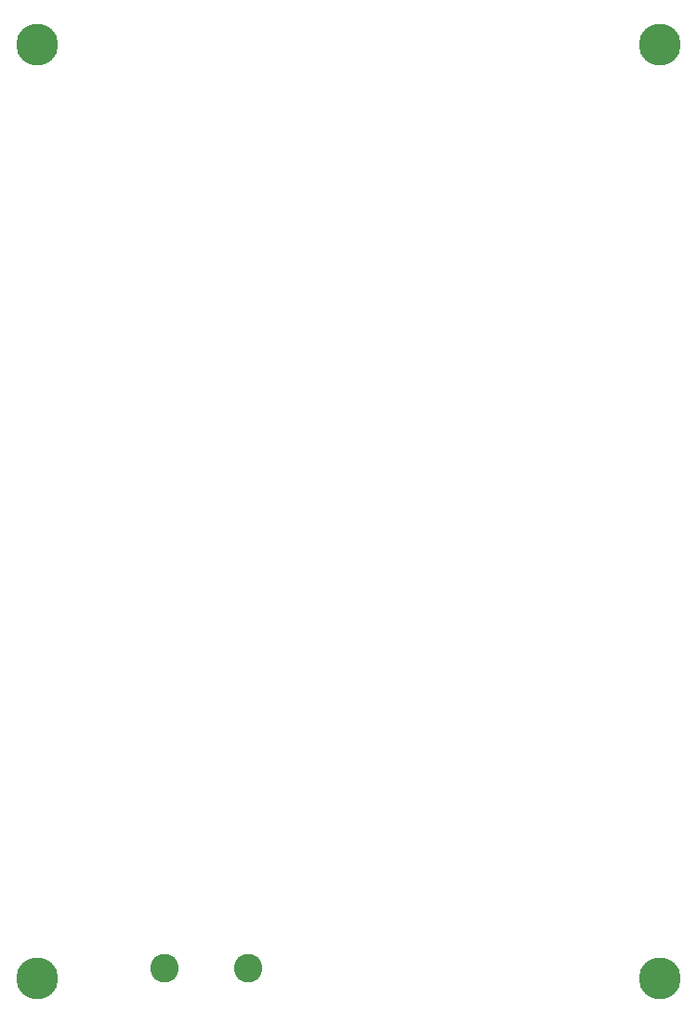
<source format=gts>
%TF.GenerationSoftware,KiCad,Pcbnew,9.0.0*%
%TF.CreationDate,2025-03-21T19:29:39-07:00*%
%TF.ProjectId,Coil_Panel_Z,436f696c-5f50-4616-9e65-6c5f5a2e6b69,1.1*%
%TF.SameCoordinates,Original*%
%TF.FileFunction,Soldermask,Top*%
%TF.FilePolarity,Negative*%
%FSLAX46Y46*%
G04 Gerber Fmt 4.6, Leading zero omitted, Abs format (unit mm)*
G04 Created by KiCad (PCBNEW 9.0.0) date 2025-03-21 19:29:39*
%MOMM*%
%LPD*%
G01*
G04 APERTURE LIST*
%ADD10C,2.600000*%
%ADD11C,3.800000*%
G04 APERTURE END LIST*
D10*
X91151143Y-148603288D03*
D11*
X91151143Y-148603288D03*
D10*
X147825143Y-63603288D03*
D11*
X147825143Y-63603288D03*
D10*
X147825143Y-148603288D03*
D11*
X147825143Y-148603288D03*
D10*
X91151143Y-63603288D03*
D11*
X91151143Y-63603288D03*
D10*
X102684000Y-147684000D03*
X110304000Y-147684000D03*
M02*

</source>
